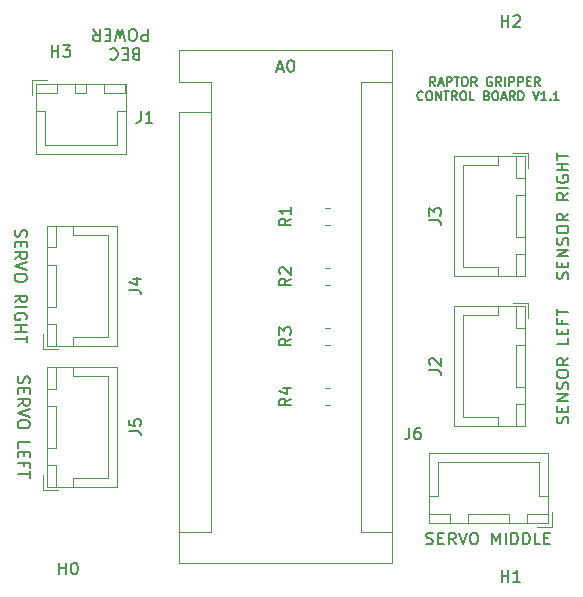
<source format=gbr>
%TF.GenerationSoftware,KiCad,Pcbnew,(6.0.4-0)*%
%TF.CreationDate,2022-05-05T15:57:16+02:00*%
%TF.ProjectId,Raptor_Gripper_Board,52617074-6f72-45f4-9772-69707065725f,rev?*%
%TF.SameCoordinates,Original*%
%TF.FileFunction,Legend,Top*%
%TF.FilePolarity,Positive*%
%FSLAX46Y46*%
G04 Gerber Fmt 4.6, Leading zero omitted, Abs format (unit mm)*
G04 Created by KiCad (PCBNEW (6.0.4-0)) date 2022-05-05 15:57:16*
%MOMM*%
%LPD*%
G01*
G04 APERTURE LIST*
%ADD10C,0.150000*%
%ADD11C,0.120000*%
G04 APERTURE END LIST*
D10*
X113506904Y-88669761D02*
X113649761Y-88717380D01*
X113887857Y-88717380D01*
X113983095Y-88669761D01*
X114030714Y-88622142D01*
X114078333Y-88526904D01*
X114078333Y-88431666D01*
X114030714Y-88336428D01*
X113983095Y-88288809D01*
X113887857Y-88241190D01*
X113697380Y-88193571D01*
X113602142Y-88145952D01*
X113554523Y-88098333D01*
X113506904Y-88003095D01*
X113506904Y-87907857D01*
X113554523Y-87812619D01*
X113602142Y-87765000D01*
X113697380Y-87717380D01*
X113935476Y-87717380D01*
X114078333Y-87765000D01*
X114506904Y-88193571D02*
X114840238Y-88193571D01*
X114983095Y-88717380D02*
X114506904Y-88717380D01*
X114506904Y-87717380D01*
X114983095Y-87717380D01*
X115983095Y-88717380D02*
X115649761Y-88241190D01*
X115411666Y-88717380D02*
X115411666Y-87717380D01*
X115792619Y-87717380D01*
X115887857Y-87765000D01*
X115935476Y-87812619D01*
X115983095Y-87907857D01*
X115983095Y-88050714D01*
X115935476Y-88145952D01*
X115887857Y-88193571D01*
X115792619Y-88241190D01*
X115411666Y-88241190D01*
X116268809Y-87717380D02*
X116602142Y-88717380D01*
X116935476Y-87717380D01*
X117459285Y-87717380D02*
X117649761Y-87717380D01*
X117745000Y-87765000D01*
X117840238Y-87860238D01*
X117887857Y-88050714D01*
X117887857Y-88384047D01*
X117840238Y-88574523D01*
X117745000Y-88669761D01*
X117649761Y-88717380D01*
X117459285Y-88717380D01*
X117364047Y-88669761D01*
X117268809Y-88574523D01*
X117221190Y-88384047D01*
X117221190Y-88050714D01*
X117268809Y-87860238D01*
X117364047Y-87765000D01*
X117459285Y-87717380D01*
X119078333Y-88717380D02*
X119078333Y-87717380D01*
X119411666Y-88431666D01*
X119745000Y-87717380D01*
X119745000Y-88717380D01*
X120221190Y-88717380D02*
X120221190Y-87717380D01*
X120697380Y-88717380D02*
X120697380Y-87717380D01*
X120935476Y-87717380D01*
X121078333Y-87765000D01*
X121173571Y-87860238D01*
X121221190Y-87955476D01*
X121268809Y-88145952D01*
X121268809Y-88288809D01*
X121221190Y-88479285D01*
X121173571Y-88574523D01*
X121078333Y-88669761D01*
X120935476Y-88717380D01*
X120697380Y-88717380D01*
X121697380Y-88717380D02*
X121697380Y-87717380D01*
X121935476Y-87717380D01*
X122078333Y-87765000D01*
X122173571Y-87860238D01*
X122221190Y-87955476D01*
X122268809Y-88145952D01*
X122268809Y-88288809D01*
X122221190Y-88479285D01*
X122173571Y-88574523D01*
X122078333Y-88669761D01*
X121935476Y-88717380D01*
X121697380Y-88717380D01*
X123173571Y-88717380D02*
X122697380Y-88717380D01*
X122697380Y-87717380D01*
X123506904Y-88193571D02*
X123840238Y-88193571D01*
X123983095Y-88717380D02*
X123506904Y-88717380D01*
X123506904Y-87717380D01*
X123983095Y-87717380D01*
X125499761Y-78469523D02*
X125547380Y-78326666D01*
X125547380Y-78088571D01*
X125499761Y-77993333D01*
X125452142Y-77945714D01*
X125356904Y-77898095D01*
X125261666Y-77898095D01*
X125166428Y-77945714D01*
X125118809Y-77993333D01*
X125071190Y-78088571D01*
X125023571Y-78279047D01*
X124975952Y-78374285D01*
X124928333Y-78421904D01*
X124833095Y-78469523D01*
X124737857Y-78469523D01*
X124642619Y-78421904D01*
X124595000Y-78374285D01*
X124547380Y-78279047D01*
X124547380Y-78040952D01*
X124595000Y-77898095D01*
X125023571Y-77469523D02*
X125023571Y-77136190D01*
X125547380Y-76993333D02*
X125547380Y-77469523D01*
X124547380Y-77469523D01*
X124547380Y-76993333D01*
X125547380Y-76564761D02*
X124547380Y-76564761D01*
X125547380Y-75993333D01*
X124547380Y-75993333D01*
X125499761Y-75564761D02*
X125547380Y-75421904D01*
X125547380Y-75183809D01*
X125499761Y-75088571D01*
X125452142Y-75040952D01*
X125356904Y-74993333D01*
X125261666Y-74993333D01*
X125166428Y-75040952D01*
X125118809Y-75088571D01*
X125071190Y-75183809D01*
X125023571Y-75374285D01*
X124975952Y-75469523D01*
X124928333Y-75517142D01*
X124833095Y-75564761D01*
X124737857Y-75564761D01*
X124642619Y-75517142D01*
X124595000Y-75469523D01*
X124547380Y-75374285D01*
X124547380Y-75136190D01*
X124595000Y-74993333D01*
X124547380Y-74374285D02*
X124547380Y-74183809D01*
X124595000Y-74088571D01*
X124690238Y-73993333D01*
X124880714Y-73945714D01*
X125214047Y-73945714D01*
X125404523Y-73993333D01*
X125499761Y-74088571D01*
X125547380Y-74183809D01*
X125547380Y-74374285D01*
X125499761Y-74469523D01*
X125404523Y-74564761D01*
X125214047Y-74612380D01*
X124880714Y-74612380D01*
X124690238Y-74564761D01*
X124595000Y-74469523D01*
X124547380Y-74374285D01*
X125547380Y-72945714D02*
X125071190Y-73279047D01*
X125547380Y-73517142D02*
X124547380Y-73517142D01*
X124547380Y-73136190D01*
X124595000Y-73040952D01*
X124642619Y-72993333D01*
X124737857Y-72945714D01*
X124880714Y-72945714D01*
X124975952Y-72993333D01*
X125023571Y-73040952D01*
X125071190Y-73136190D01*
X125071190Y-73517142D01*
X125547380Y-71279047D02*
X125547380Y-71755238D01*
X124547380Y-71755238D01*
X125023571Y-70945714D02*
X125023571Y-70612380D01*
X125547380Y-70469523D02*
X125547380Y-70945714D01*
X124547380Y-70945714D01*
X124547380Y-70469523D01*
X125023571Y-69707619D02*
X125023571Y-70040952D01*
X125547380Y-70040952D02*
X124547380Y-70040952D01*
X124547380Y-69564761D01*
X124547380Y-69326666D02*
X124547380Y-68755238D01*
X125547380Y-69040952D02*
X124547380Y-69040952D01*
X78970238Y-74501904D02*
X78922619Y-74644761D01*
X78922619Y-74882857D01*
X78970238Y-74978095D01*
X79017857Y-75025714D01*
X79113095Y-75073333D01*
X79208333Y-75073333D01*
X79303571Y-75025714D01*
X79351190Y-74978095D01*
X79398809Y-74882857D01*
X79446428Y-74692380D01*
X79494047Y-74597142D01*
X79541666Y-74549523D01*
X79636904Y-74501904D01*
X79732142Y-74501904D01*
X79827380Y-74549523D01*
X79875000Y-74597142D01*
X79922619Y-74692380D01*
X79922619Y-74930476D01*
X79875000Y-75073333D01*
X79446428Y-75501904D02*
X79446428Y-75835238D01*
X78922619Y-75978095D02*
X78922619Y-75501904D01*
X79922619Y-75501904D01*
X79922619Y-75978095D01*
X78922619Y-76978095D02*
X79398809Y-76644761D01*
X78922619Y-76406666D02*
X79922619Y-76406666D01*
X79922619Y-76787619D01*
X79875000Y-76882857D01*
X79827380Y-76930476D01*
X79732142Y-76978095D01*
X79589285Y-76978095D01*
X79494047Y-76930476D01*
X79446428Y-76882857D01*
X79398809Y-76787619D01*
X79398809Y-76406666D01*
X79922619Y-77263809D02*
X78922619Y-77597142D01*
X79922619Y-77930476D01*
X79922619Y-78454285D02*
X79922619Y-78644761D01*
X79875000Y-78740000D01*
X79779761Y-78835238D01*
X79589285Y-78882857D01*
X79255952Y-78882857D01*
X79065476Y-78835238D01*
X78970238Y-78740000D01*
X78922619Y-78644761D01*
X78922619Y-78454285D01*
X78970238Y-78359047D01*
X79065476Y-78263809D01*
X79255952Y-78216190D01*
X79589285Y-78216190D01*
X79779761Y-78263809D01*
X79875000Y-78359047D01*
X79922619Y-78454285D01*
X78922619Y-80549523D02*
X78922619Y-80073333D01*
X79922619Y-80073333D01*
X79446428Y-80882857D02*
X79446428Y-81216190D01*
X78922619Y-81359047D02*
X78922619Y-80882857D01*
X79922619Y-80882857D01*
X79922619Y-81359047D01*
X79446428Y-82120952D02*
X79446428Y-81787619D01*
X78922619Y-81787619D02*
X79922619Y-81787619D01*
X79922619Y-82263809D01*
X79922619Y-82501904D02*
X79922619Y-83073333D01*
X78922619Y-82787619D02*
X79922619Y-82787619D01*
X114262857Y-49900535D02*
X114012857Y-49543392D01*
X113834285Y-49900535D02*
X113834285Y-49150535D01*
X114120000Y-49150535D01*
X114191428Y-49186250D01*
X114227142Y-49221964D01*
X114262857Y-49293392D01*
X114262857Y-49400535D01*
X114227142Y-49471964D01*
X114191428Y-49507678D01*
X114120000Y-49543392D01*
X113834285Y-49543392D01*
X114548571Y-49686250D02*
X114905714Y-49686250D01*
X114477142Y-49900535D02*
X114727142Y-49150535D01*
X114977142Y-49900535D01*
X115227142Y-49900535D02*
X115227142Y-49150535D01*
X115512857Y-49150535D01*
X115584285Y-49186250D01*
X115620000Y-49221964D01*
X115655714Y-49293392D01*
X115655714Y-49400535D01*
X115620000Y-49471964D01*
X115584285Y-49507678D01*
X115512857Y-49543392D01*
X115227142Y-49543392D01*
X115870000Y-49150535D02*
X116298571Y-49150535D01*
X116084285Y-49900535D02*
X116084285Y-49150535D01*
X116691428Y-49150535D02*
X116834285Y-49150535D01*
X116905714Y-49186250D01*
X116977142Y-49257678D01*
X117012857Y-49400535D01*
X117012857Y-49650535D01*
X116977142Y-49793392D01*
X116905714Y-49864821D01*
X116834285Y-49900535D01*
X116691428Y-49900535D01*
X116620000Y-49864821D01*
X116548571Y-49793392D01*
X116512857Y-49650535D01*
X116512857Y-49400535D01*
X116548571Y-49257678D01*
X116620000Y-49186250D01*
X116691428Y-49150535D01*
X117762857Y-49900535D02*
X117512857Y-49543392D01*
X117334285Y-49900535D02*
X117334285Y-49150535D01*
X117620000Y-49150535D01*
X117691428Y-49186250D01*
X117727142Y-49221964D01*
X117762857Y-49293392D01*
X117762857Y-49400535D01*
X117727142Y-49471964D01*
X117691428Y-49507678D01*
X117620000Y-49543392D01*
X117334285Y-49543392D01*
X119048571Y-49186250D02*
X118977142Y-49150535D01*
X118870000Y-49150535D01*
X118762857Y-49186250D01*
X118691428Y-49257678D01*
X118655714Y-49329107D01*
X118620000Y-49471964D01*
X118620000Y-49579107D01*
X118655714Y-49721964D01*
X118691428Y-49793392D01*
X118762857Y-49864821D01*
X118870000Y-49900535D01*
X118941428Y-49900535D01*
X119048571Y-49864821D01*
X119084285Y-49829107D01*
X119084285Y-49579107D01*
X118941428Y-49579107D01*
X119834285Y-49900535D02*
X119584285Y-49543392D01*
X119405714Y-49900535D02*
X119405714Y-49150535D01*
X119691428Y-49150535D01*
X119762857Y-49186250D01*
X119798571Y-49221964D01*
X119834285Y-49293392D01*
X119834285Y-49400535D01*
X119798571Y-49471964D01*
X119762857Y-49507678D01*
X119691428Y-49543392D01*
X119405714Y-49543392D01*
X120155714Y-49900535D02*
X120155714Y-49150535D01*
X120512857Y-49900535D02*
X120512857Y-49150535D01*
X120798571Y-49150535D01*
X120870000Y-49186250D01*
X120905714Y-49221964D01*
X120941428Y-49293392D01*
X120941428Y-49400535D01*
X120905714Y-49471964D01*
X120870000Y-49507678D01*
X120798571Y-49543392D01*
X120512857Y-49543392D01*
X121262857Y-49900535D02*
X121262857Y-49150535D01*
X121548571Y-49150535D01*
X121620000Y-49186250D01*
X121655714Y-49221964D01*
X121691428Y-49293392D01*
X121691428Y-49400535D01*
X121655714Y-49471964D01*
X121620000Y-49507678D01*
X121548571Y-49543392D01*
X121262857Y-49543392D01*
X122012857Y-49507678D02*
X122262857Y-49507678D01*
X122370000Y-49900535D02*
X122012857Y-49900535D01*
X122012857Y-49150535D01*
X122370000Y-49150535D01*
X123120000Y-49900535D02*
X122870000Y-49543392D01*
X122691428Y-49900535D02*
X122691428Y-49150535D01*
X122977142Y-49150535D01*
X123048571Y-49186250D01*
X123084285Y-49221964D01*
X123120000Y-49293392D01*
X123120000Y-49400535D01*
X123084285Y-49471964D01*
X123048571Y-49507678D01*
X122977142Y-49543392D01*
X122691428Y-49543392D01*
X113209285Y-51036607D02*
X113173571Y-51072321D01*
X113066428Y-51108035D01*
X112995000Y-51108035D01*
X112887857Y-51072321D01*
X112816428Y-51000892D01*
X112780714Y-50929464D01*
X112745000Y-50786607D01*
X112745000Y-50679464D01*
X112780714Y-50536607D01*
X112816428Y-50465178D01*
X112887857Y-50393750D01*
X112995000Y-50358035D01*
X113066428Y-50358035D01*
X113173571Y-50393750D01*
X113209285Y-50429464D01*
X113673571Y-50358035D02*
X113816428Y-50358035D01*
X113887857Y-50393750D01*
X113959285Y-50465178D01*
X113995000Y-50608035D01*
X113995000Y-50858035D01*
X113959285Y-51000892D01*
X113887857Y-51072321D01*
X113816428Y-51108035D01*
X113673571Y-51108035D01*
X113602142Y-51072321D01*
X113530714Y-51000892D01*
X113495000Y-50858035D01*
X113495000Y-50608035D01*
X113530714Y-50465178D01*
X113602142Y-50393750D01*
X113673571Y-50358035D01*
X114316428Y-51108035D02*
X114316428Y-50358035D01*
X114745000Y-51108035D01*
X114745000Y-50358035D01*
X114995000Y-50358035D02*
X115423571Y-50358035D01*
X115209285Y-51108035D02*
X115209285Y-50358035D01*
X116102142Y-51108035D02*
X115852142Y-50750892D01*
X115673571Y-51108035D02*
X115673571Y-50358035D01*
X115959285Y-50358035D01*
X116030714Y-50393750D01*
X116066428Y-50429464D01*
X116102142Y-50500892D01*
X116102142Y-50608035D01*
X116066428Y-50679464D01*
X116030714Y-50715178D01*
X115959285Y-50750892D01*
X115673571Y-50750892D01*
X116566428Y-50358035D02*
X116709285Y-50358035D01*
X116780714Y-50393750D01*
X116852142Y-50465178D01*
X116887857Y-50608035D01*
X116887857Y-50858035D01*
X116852142Y-51000892D01*
X116780714Y-51072321D01*
X116709285Y-51108035D01*
X116566428Y-51108035D01*
X116495000Y-51072321D01*
X116423571Y-51000892D01*
X116387857Y-50858035D01*
X116387857Y-50608035D01*
X116423571Y-50465178D01*
X116495000Y-50393750D01*
X116566428Y-50358035D01*
X117566428Y-51108035D02*
X117209285Y-51108035D01*
X117209285Y-50358035D01*
X118637857Y-50715178D02*
X118745000Y-50750892D01*
X118780714Y-50786607D01*
X118816428Y-50858035D01*
X118816428Y-50965178D01*
X118780714Y-51036607D01*
X118745000Y-51072321D01*
X118673571Y-51108035D01*
X118387857Y-51108035D01*
X118387857Y-50358035D01*
X118637857Y-50358035D01*
X118709285Y-50393750D01*
X118745000Y-50429464D01*
X118780714Y-50500892D01*
X118780714Y-50572321D01*
X118745000Y-50643750D01*
X118709285Y-50679464D01*
X118637857Y-50715178D01*
X118387857Y-50715178D01*
X119280714Y-50358035D02*
X119423571Y-50358035D01*
X119495000Y-50393750D01*
X119566428Y-50465178D01*
X119602142Y-50608035D01*
X119602142Y-50858035D01*
X119566428Y-51000892D01*
X119495000Y-51072321D01*
X119423571Y-51108035D01*
X119280714Y-51108035D01*
X119209285Y-51072321D01*
X119137857Y-51000892D01*
X119102142Y-50858035D01*
X119102142Y-50608035D01*
X119137857Y-50465178D01*
X119209285Y-50393750D01*
X119280714Y-50358035D01*
X119887857Y-50893750D02*
X120245000Y-50893750D01*
X119816428Y-51108035D02*
X120066428Y-50358035D01*
X120316428Y-51108035D01*
X120995000Y-51108035D02*
X120745000Y-50750892D01*
X120566428Y-51108035D02*
X120566428Y-50358035D01*
X120852142Y-50358035D01*
X120923571Y-50393750D01*
X120959285Y-50429464D01*
X120995000Y-50500892D01*
X120995000Y-50608035D01*
X120959285Y-50679464D01*
X120923571Y-50715178D01*
X120852142Y-50750892D01*
X120566428Y-50750892D01*
X121316428Y-51108035D02*
X121316428Y-50358035D01*
X121494999Y-50358035D01*
X121602142Y-50393750D01*
X121673571Y-50465178D01*
X121709285Y-50536607D01*
X121744999Y-50679464D01*
X121744999Y-50786607D01*
X121709285Y-50929464D01*
X121673571Y-51000892D01*
X121602142Y-51072321D01*
X121494999Y-51108035D01*
X121316428Y-51108035D01*
X122530714Y-50358035D02*
X122780714Y-51108035D01*
X123030714Y-50358035D01*
X123673571Y-51108035D02*
X123245000Y-51108035D01*
X123459285Y-51108035D02*
X123459285Y-50358035D01*
X123387857Y-50465178D01*
X123316428Y-50536607D01*
X123245000Y-50572321D01*
X123995000Y-51036607D02*
X124030714Y-51072321D01*
X123995000Y-51108035D01*
X123959285Y-51072321D01*
X123995000Y-51036607D01*
X123995000Y-51108035D01*
X124744999Y-51108035D02*
X124316428Y-51108035D01*
X124530714Y-51108035D02*
X124530714Y-50358035D01*
X124459285Y-50465178D01*
X124387857Y-50536607D01*
X124316428Y-50572321D01*
X88891904Y-47231428D02*
X88749047Y-47183809D01*
X88701428Y-47136190D01*
X88653809Y-47040952D01*
X88653809Y-46898095D01*
X88701428Y-46802857D01*
X88749047Y-46755238D01*
X88844285Y-46707619D01*
X89225238Y-46707619D01*
X89225238Y-47707619D01*
X88891904Y-47707619D01*
X88796666Y-47660000D01*
X88749047Y-47612380D01*
X88701428Y-47517142D01*
X88701428Y-47421904D01*
X88749047Y-47326666D01*
X88796666Y-47279047D01*
X88891904Y-47231428D01*
X89225238Y-47231428D01*
X88225238Y-47231428D02*
X87891904Y-47231428D01*
X87749047Y-46707619D02*
X88225238Y-46707619D01*
X88225238Y-47707619D01*
X87749047Y-47707619D01*
X86749047Y-46802857D02*
X86796666Y-46755238D01*
X86939523Y-46707619D01*
X87034761Y-46707619D01*
X87177619Y-46755238D01*
X87272857Y-46850476D01*
X87320476Y-46945714D01*
X87368095Y-47136190D01*
X87368095Y-47279047D01*
X87320476Y-47469523D01*
X87272857Y-47564761D01*
X87177619Y-47660000D01*
X87034761Y-47707619D01*
X86939523Y-47707619D01*
X86796666Y-47660000D01*
X86749047Y-47612380D01*
X89939523Y-45097619D02*
X89939523Y-46097619D01*
X89558571Y-46097619D01*
X89463333Y-46050000D01*
X89415714Y-46002380D01*
X89368095Y-45907142D01*
X89368095Y-45764285D01*
X89415714Y-45669047D01*
X89463333Y-45621428D01*
X89558571Y-45573809D01*
X89939523Y-45573809D01*
X88749047Y-46097619D02*
X88558571Y-46097619D01*
X88463333Y-46050000D01*
X88368095Y-45954761D01*
X88320476Y-45764285D01*
X88320476Y-45430952D01*
X88368095Y-45240476D01*
X88463333Y-45145238D01*
X88558571Y-45097619D01*
X88749047Y-45097619D01*
X88844285Y-45145238D01*
X88939523Y-45240476D01*
X88987142Y-45430952D01*
X88987142Y-45764285D01*
X88939523Y-45954761D01*
X88844285Y-46050000D01*
X88749047Y-46097619D01*
X87987142Y-46097619D02*
X87749047Y-45097619D01*
X87558571Y-45811904D01*
X87368095Y-45097619D01*
X87130000Y-46097619D01*
X86749047Y-45621428D02*
X86415714Y-45621428D01*
X86272857Y-45097619D02*
X86749047Y-45097619D01*
X86749047Y-46097619D01*
X86272857Y-46097619D01*
X85272857Y-45097619D02*
X85606190Y-45573809D01*
X85844285Y-45097619D02*
X85844285Y-46097619D01*
X85463333Y-46097619D01*
X85368095Y-46050000D01*
X85320476Y-46002380D01*
X85272857Y-45907142D01*
X85272857Y-45764285D01*
X85320476Y-45669047D01*
X85368095Y-45621428D01*
X85463333Y-45573809D01*
X85844285Y-45573809D01*
X125499761Y-66245714D02*
X125547380Y-66102857D01*
X125547380Y-65864761D01*
X125499761Y-65769523D01*
X125452142Y-65721904D01*
X125356904Y-65674285D01*
X125261666Y-65674285D01*
X125166428Y-65721904D01*
X125118809Y-65769523D01*
X125071190Y-65864761D01*
X125023571Y-66055238D01*
X124975952Y-66150476D01*
X124928333Y-66198095D01*
X124833095Y-66245714D01*
X124737857Y-66245714D01*
X124642619Y-66198095D01*
X124595000Y-66150476D01*
X124547380Y-66055238D01*
X124547380Y-65817142D01*
X124595000Y-65674285D01*
X125023571Y-65245714D02*
X125023571Y-64912380D01*
X125547380Y-64769523D02*
X125547380Y-65245714D01*
X124547380Y-65245714D01*
X124547380Y-64769523D01*
X125547380Y-64340952D02*
X124547380Y-64340952D01*
X125547380Y-63769523D01*
X124547380Y-63769523D01*
X125499761Y-63340952D02*
X125547380Y-63198095D01*
X125547380Y-62960000D01*
X125499761Y-62864761D01*
X125452142Y-62817142D01*
X125356904Y-62769523D01*
X125261666Y-62769523D01*
X125166428Y-62817142D01*
X125118809Y-62864761D01*
X125071190Y-62960000D01*
X125023571Y-63150476D01*
X124975952Y-63245714D01*
X124928333Y-63293333D01*
X124833095Y-63340952D01*
X124737857Y-63340952D01*
X124642619Y-63293333D01*
X124595000Y-63245714D01*
X124547380Y-63150476D01*
X124547380Y-62912380D01*
X124595000Y-62769523D01*
X124547380Y-62150476D02*
X124547380Y-61960000D01*
X124595000Y-61864761D01*
X124690238Y-61769523D01*
X124880714Y-61721904D01*
X125214047Y-61721904D01*
X125404523Y-61769523D01*
X125499761Y-61864761D01*
X125547380Y-61960000D01*
X125547380Y-62150476D01*
X125499761Y-62245714D01*
X125404523Y-62340952D01*
X125214047Y-62388571D01*
X124880714Y-62388571D01*
X124690238Y-62340952D01*
X124595000Y-62245714D01*
X124547380Y-62150476D01*
X125547380Y-60721904D02*
X125071190Y-61055238D01*
X125547380Y-61293333D02*
X124547380Y-61293333D01*
X124547380Y-60912380D01*
X124595000Y-60817142D01*
X124642619Y-60769523D01*
X124737857Y-60721904D01*
X124880714Y-60721904D01*
X124975952Y-60769523D01*
X125023571Y-60817142D01*
X125071190Y-60912380D01*
X125071190Y-61293333D01*
X125547380Y-58960000D02*
X125071190Y-59293333D01*
X125547380Y-59531428D02*
X124547380Y-59531428D01*
X124547380Y-59150476D01*
X124595000Y-59055238D01*
X124642619Y-59007619D01*
X124737857Y-58960000D01*
X124880714Y-58960000D01*
X124975952Y-59007619D01*
X125023571Y-59055238D01*
X125071190Y-59150476D01*
X125071190Y-59531428D01*
X125547380Y-58531428D02*
X124547380Y-58531428D01*
X124595000Y-57531428D02*
X124547380Y-57626666D01*
X124547380Y-57769523D01*
X124595000Y-57912380D01*
X124690238Y-58007619D01*
X124785476Y-58055238D01*
X124975952Y-58102857D01*
X125118809Y-58102857D01*
X125309285Y-58055238D01*
X125404523Y-58007619D01*
X125499761Y-57912380D01*
X125547380Y-57769523D01*
X125547380Y-57674285D01*
X125499761Y-57531428D01*
X125452142Y-57483809D01*
X125118809Y-57483809D01*
X125118809Y-57674285D01*
X125547380Y-57055238D02*
X124547380Y-57055238D01*
X125023571Y-57055238D02*
X125023571Y-56483809D01*
X125547380Y-56483809D02*
X124547380Y-56483809D01*
X124547380Y-56150476D02*
X124547380Y-55579047D01*
X125547380Y-55864761D02*
X124547380Y-55864761D01*
X78716238Y-62087714D02*
X78668619Y-62230571D01*
X78668619Y-62468666D01*
X78716238Y-62563904D01*
X78763857Y-62611523D01*
X78859095Y-62659142D01*
X78954333Y-62659142D01*
X79049571Y-62611523D01*
X79097190Y-62563904D01*
X79144809Y-62468666D01*
X79192428Y-62278190D01*
X79240047Y-62182952D01*
X79287666Y-62135333D01*
X79382904Y-62087714D01*
X79478142Y-62087714D01*
X79573380Y-62135333D01*
X79621000Y-62182952D01*
X79668619Y-62278190D01*
X79668619Y-62516285D01*
X79621000Y-62659142D01*
X79192428Y-63087714D02*
X79192428Y-63421047D01*
X78668619Y-63563904D02*
X78668619Y-63087714D01*
X79668619Y-63087714D01*
X79668619Y-63563904D01*
X78668619Y-64563904D02*
X79144809Y-64230571D01*
X78668619Y-63992476D02*
X79668619Y-63992476D01*
X79668619Y-64373428D01*
X79621000Y-64468666D01*
X79573380Y-64516285D01*
X79478142Y-64563904D01*
X79335285Y-64563904D01*
X79240047Y-64516285D01*
X79192428Y-64468666D01*
X79144809Y-64373428D01*
X79144809Y-63992476D01*
X79668619Y-64849619D02*
X78668619Y-65182952D01*
X79668619Y-65516285D01*
X79668619Y-66040095D02*
X79668619Y-66230571D01*
X79621000Y-66325809D01*
X79525761Y-66421047D01*
X79335285Y-66468666D01*
X79001952Y-66468666D01*
X78811476Y-66421047D01*
X78716238Y-66325809D01*
X78668619Y-66230571D01*
X78668619Y-66040095D01*
X78716238Y-65944857D01*
X78811476Y-65849619D01*
X79001952Y-65802000D01*
X79335285Y-65802000D01*
X79525761Y-65849619D01*
X79621000Y-65944857D01*
X79668619Y-66040095D01*
X78668619Y-68230571D02*
X79144809Y-67897238D01*
X78668619Y-67659142D02*
X79668619Y-67659142D01*
X79668619Y-68040095D01*
X79621000Y-68135333D01*
X79573380Y-68182952D01*
X79478142Y-68230571D01*
X79335285Y-68230571D01*
X79240047Y-68182952D01*
X79192428Y-68135333D01*
X79144809Y-68040095D01*
X79144809Y-67659142D01*
X78668619Y-68659142D02*
X79668619Y-68659142D01*
X79621000Y-69659142D02*
X79668619Y-69563904D01*
X79668619Y-69421047D01*
X79621000Y-69278190D01*
X79525761Y-69182952D01*
X79430523Y-69135333D01*
X79240047Y-69087714D01*
X79097190Y-69087714D01*
X78906714Y-69135333D01*
X78811476Y-69182952D01*
X78716238Y-69278190D01*
X78668619Y-69421047D01*
X78668619Y-69516285D01*
X78716238Y-69659142D01*
X78763857Y-69706761D01*
X79097190Y-69706761D01*
X79097190Y-69516285D01*
X78668619Y-70135333D02*
X79668619Y-70135333D01*
X79192428Y-70135333D02*
X79192428Y-70706761D01*
X78668619Y-70706761D02*
X79668619Y-70706761D01*
X79668619Y-71040095D02*
X79668619Y-71611523D01*
X78668619Y-71325809D02*
X79668619Y-71325809D01*
%TO.C,J6*%
X112061666Y-78827380D02*
X112061666Y-79541666D01*
X112014047Y-79684523D01*
X111918809Y-79779761D01*
X111775952Y-79827380D01*
X111680714Y-79827380D01*
X112966428Y-78827380D02*
X112775952Y-78827380D01*
X112680714Y-78875000D01*
X112633095Y-78922619D01*
X112537857Y-79065476D01*
X112490238Y-79255952D01*
X112490238Y-79636904D01*
X112537857Y-79732142D01*
X112585476Y-79779761D01*
X112680714Y-79827380D01*
X112871190Y-79827380D01*
X112966428Y-79779761D01*
X113014047Y-79732142D01*
X113061666Y-79636904D01*
X113061666Y-79398809D01*
X113014047Y-79303571D01*
X112966428Y-79255952D01*
X112871190Y-79208333D01*
X112680714Y-79208333D01*
X112585476Y-79255952D01*
X112537857Y-79303571D01*
X112490238Y-79398809D01*
%TO.C,H3*%
X81788095Y-47442380D02*
X81788095Y-46442380D01*
X81788095Y-46918571D02*
X82359523Y-46918571D01*
X82359523Y-47442380D02*
X82359523Y-46442380D01*
X82740476Y-46442380D02*
X83359523Y-46442380D01*
X83026190Y-46823333D01*
X83169047Y-46823333D01*
X83264285Y-46870952D01*
X83311904Y-46918571D01*
X83359523Y-47013809D01*
X83359523Y-47251904D01*
X83311904Y-47347142D01*
X83264285Y-47394761D01*
X83169047Y-47442380D01*
X82883333Y-47442380D01*
X82788095Y-47394761D01*
X82740476Y-47347142D01*
%TO.C,R4*%
X102052380Y-76366666D02*
X101576190Y-76700000D01*
X102052380Y-76938095D02*
X101052380Y-76938095D01*
X101052380Y-76557142D01*
X101100000Y-76461904D01*
X101147619Y-76414285D01*
X101242857Y-76366666D01*
X101385714Y-76366666D01*
X101480952Y-76414285D01*
X101528571Y-76461904D01*
X101576190Y-76557142D01*
X101576190Y-76938095D01*
X101385714Y-75509523D02*
X102052380Y-75509523D01*
X101004761Y-75747619D02*
X101719047Y-75985714D01*
X101719047Y-75366666D01*
%TO.C,H2*%
X119888095Y-44902380D02*
X119888095Y-43902380D01*
X119888095Y-44378571D02*
X120459523Y-44378571D01*
X120459523Y-44902380D02*
X120459523Y-43902380D01*
X120888095Y-43997619D02*
X120935714Y-43950000D01*
X121030952Y-43902380D01*
X121269047Y-43902380D01*
X121364285Y-43950000D01*
X121411904Y-43997619D01*
X121459523Y-44092857D01*
X121459523Y-44188095D01*
X121411904Y-44330952D01*
X120840476Y-44902380D01*
X121459523Y-44902380D01*
%TO.C,H1*%
X119888095Y-91892380D02*
X119888095Y-90892380D01*
X119888095Y-91368571D02*
X120459523Y-91368571D01*
X120459523Y-91892380D02*
X120459523Y-90892380D01*
X121459523Y-91892380D02*
X120888095Y-91892380D01*
X121173809Y-91892380D02*
X121173809Y-90892380D01*
X121078571Y-91035238D01*
X120983333Y-91130476D01*
X120888095Y-91178095D01*
%TO.C,J1*%
X89328666Y-52030380D02*
X89328666Y-52744666D01*
X89281047Y-52887523D01*
X89185809Y-52982761D01*
X89042952Y-53030380D01*
X88947714Y-53030380D01*
X90328666Y-53030380D02*
X89757238Y-53030380D01*
X90042952Y-53030380D02*
X90042952Y-52030380D01*
X89947714Y-52173238D01*
X89852476Y-52268476D01*
X89757238Y-52316095D01*
%TO.C,R2*%
X102052380Y-66206666D02*
X101576190Y-66540000D01*
X102052380Y-66778095D02*
X101052380Y-66778095D01*
X101052380Y-66397142D01*
X101100000Y-66301904D01*
X101147619Y-66254285D01*
X101242857Y-66206666D01*
X101385714Y-66206666D01*
X101480952Y-66254285D01*
X101528571Y-66301904D01*
X101576190Y-66397142D01*
X101576190Y-66778095D01*
X101147619Y-65825714D02*
X101100000Y-65778095D01*
X101052380Y-65682857D01*
X101052380Y-65444761D01*
X101100000Y-65349523D01*
X101147619Y-65301904D01*
X101242857Y-65254285D01*
X101338095Y-65254285D01*
X101480952Y-65301904D01*
X102052380Y-65873333D01*
X102052380Y-65254285D01*
%TO.C,J5*%
X88352380Y-79113333D02*
X89066666Y-79113333D01*
X89209523Y-79160952D01*
X89304761Y-79256190D01*
X89352380Y-79399047D01*
X89352380Y-79494285D01*
X88352380Y-78160952D02*
X88352380Y-78637142D01*
X88828571Y-78684761D01*
X88780952Y-78637142D01*
X88733333Y-78541904D01*
X88733333Y-78303809D01*
X88780952Y-78208571D01*
X88828571Y-78160952D01*
X88923809Y-78113333D01*
X89161904Y-78113333D01*
X89257142Y-78160952D01*
X89304761Y-78208571D01*
X89352380Y-78303809D01*
X89352380Y-78541904D01*
X89304761Y-78637142D01*
X89257142Y-78684761D01*
%TO.C,J3*%
X113752380Y-61253333D02*
X114466666Y-61253333D01*
X114609523Y-61300952D01*
X114704761Y-61396190D01*
X114752380Y-61539047D01*
X114752380Y-61634285D01*
X113752380Y-60872380D02*
X113752380Y-60253333D01*
X114133333Y-60586666D01*
X114133333Y-60443809D01*
X114180952Y-60348571D01*
X114228571Y-60300952D01*
X114323809Y-60253333D01*
X114561904Y-60253333D01*
X114657142Y-60300952D01*
X114704761Y-60348571D01*
X114752380Y-60443809D01*
X114752380Y-60729523D01*
X114704761Y-60824761D01*
X114657142Y-60872380D01*
%TO.C,A0*%
X100895714Y-48426666D02*
X101371904Y-48426666D01*
X100800476Y-48712380D02*
X101133809Y-47712380D01*
X101467142Y-48712380D01*
X101990952Y-47712380D02*
X102086190Y-47712380D01*
X102181428Y-47760000D01*
X102229047Y-47807619D01*
X102276666Y-47902857D01*
X102324285Y-48093333D01*
X102324285Y-48331428D01*
X102276666Y-48521904D01*
X102229047Y-48617142D01*
X102181428Y-48664761D01*
X102086190Y-48712380D01*
X101990952Y-48712380D01*
X101895714Y-48664761D01*
X101848095Y-48617142D01*
X101800476Y-48521904D01*
X101752857Y-48331428D01*
X101752857Y-48093333D01*
X101800476Y-47902857D01*
X101848095Y-47807619D01*
X101895714Y-47760000D01*
X101990952Y-47712380D01*
%TO.C,H0*%
X82423095Y-91257380D02*
X82423095Y-90257380D01*
X82423095Y-90733571D02*
X82994523Y-90733571D01*
X82994523Y-91257380D02*
X82994523Y-90257380D01*
X83661190Y-90257380D02*
X83756428Y-90257380D01*
X83851666Y-90305000D01*
X83899285Y-90352619D01*
X83946904Y-90447857D01*
X83994523Y-90638333D01*
X83994523Y-90876428D01*
X83946904Y-91066904D01*
X83899285Y-91162142D01*
X83851666Y-91209761D01*
X83756428Y-91257380D01*
X83661190Y-91257380D01*
X83565952Y-91209761D01*
X83518333Y-91162142D01*
X83470714Y-91066904D01*
X83423095Y-90876428D01*
X83423095Y-90638333D01*
X83470714Y-90447857D01*
X83518333Y-90352619D01*
X83565952Y-90305000D01*
X83661190Y-90257380D01*
%TO.C,R1*%
X102052380Y-61126666D02*
X101576190Y-61460000D01*
X102052380Y-61698095D02*
X101052380Y-61698095D01*
X101052380Y-61317142D01*
X101100000Y-61221904D01*
X101147619Y-61174285D01*
X101242857Y-61126666D01*
X101385714Y-61126666D01*
X101480952Y-61174285D01*
X101528571Y-61221904D01*
X101576190Y-61317142D01*
X101576190Y-61698095D01*
X102052380Y-60174285D02*
X102052380Y-60745714D01*
X102052380Y-60460000D02*
X101052380Y-60460000D01*
X101195238Y-60555238D01*
X101290476Y-60650476D01*
X101338095Y-60745714D01*
%TO.C,J2*%
X113752380Y-73953333D02*
X114466666Y-73953333D01*
X114609523Y-74000952D01*
X114704761Y-74096190D01*
X114752380Y-74239047D01*
X114752380Y-74334285D01*
X113847619Y-73524761D02*
X113800000Y-73477142D01*
X113752380Y-73381904D01*
X113752380Y-73143809D01*
X113800000Y-73048571D01*
X113847619Y-73000952D01*
X113942857Y-72953333D01*
X114038095Y-72953333D01*
X114180952Y-73000952D01*
X114752380Y-73572380D01*
X114752380Y-72953333D01*
%TO.C,J4*%
X88352380Y-67163333D02*
X89066666Y-67163333D01*
X89209523Y-67210952D01*
X89304761Y-67306190D01*
X89352380Y-67449047D01*
X89352380Y-67544285D01*
X88685714Y-66258571D02*
X89352380Y-66258571D01*
X88304761Y-66496666D02*
X89019047Y-66734761D01*
X89019047Y-66115714D01*
%TO.C,R3*%
X102052380Y-71286666D02*
X101576190Y-71620000D01*
X102052380Y-71858095D02*
X101052380Y-71858095D01*
X101052380Y-71477142D01*
X101100000Y-71381904D01*
X101147619Y-71334285D01*
X101242857Y-71286666D01*
X101385714Y-71286666D01*
X101480952Y-71334285D01*
X101528571Y-71381904D01*
X101576190Y-71477142D01*
X101576190Y-71858095D01*
X101052380Y-70953333D02*
X101052380Y-70334285D01*
X101433333Y-70667619D01*
X101433333Y-70524761D01*
X101480952Y-70429523D01*
X101528571Y-70381904D01*
X101623809Y-70334285D01*
X101861904Y-70334285D01*
X101957142Y-70381904D01*
X102004761Y-70429523D01*
X102052380Y-70524761D01*
X102052380Y-70810476D01*
X102004761Y-70905714D01*
X101957142Y-70953333D01*
D11*
%TO.C,J6*%
X124135000Y-87205000D02*
X124135000Y-85955000D01*
X123845000Y-80945000D02*
X113725000Y-80945000D01*
X120535000Y-86155000D02*
X117035000Y-86155000D01*
X123835000Y-86155000D02*
X122035000Y-86155000D01*
X113725000Y-80945000D02*
X113725000Y-86915000D01*
X120535000Y-86905000D02*
X120535000Y-86155000D01*
X122035000Y-86155000D02*
X122035000Y-86905000D01*
X115535000Y-86155000D02*
X113735000Y-86155000D01*
X123085000Y-84655000D02*
X123085000Y-81705000D01*
X123835000Y-84655000D02*
X123085000Y-84655000D01*
X123845000Y-86915000D02*
X123845000Y-80945000D01*
X117035000Y-86155000D02*
X117035000Y-86905000D01*
X123085000Y-81705000D02*
X118785000Y-81705000D01*
X123835000Y-86905000D02*
X123835000Y-86155000D01*
X113725000Y-86915000D02*
X123845000Y-86915000D01*
X122885000Y-87205000D02*
X124135000Y-87205000D01*
X113735000Y-86155000D02*
X113735000Y-86905000D01*
X117035000Y-86905000D02*
X120535000Y-86905000D01*
X114485000Y-84655000D02*
X114485000Y-81705000D01*
X113735000Y-84655000D02*
X114485000Y-84655000D01*
X115535000Y-86905000D02*
X115535000Y-86155000D01*
X122035000Y-86905000D02*
X123835000Y-86905000D01*
X113735000Y-86905000D02*
X115535000Y-86905000D01*
X114485000Y-81705000D02*
X118785000Y-81705000D01*
%TO.C,R4*%
X105367064Y-76935000D02*
X104912936Y-76935000D01*
X105367064Y-75465000D02*
X104912936Y-75465000D01*
%TO.C,J1*%
X80140000Y-49440000D02*
X80140000Y-50690000D01*
X86240000Y-50490000D02*
X88040000Y-50490000D01*
X88040000Y-51990000D02*
X87290000Y-51990000D01*
X83740000Y-49740000D02*
X83740000Y-50490000D01*
X88050000Y-55700000D02*
X88050000Y-49730000D01*
X82240000Y-49740000D02*
X80440000Y-49740000D01*
X82240000Y-50490000D02*
X82240000Y-49740000D01*
X80440000Y-49740000D02*
X80440000Y-50490000D01*
X88050000Y-49730000D02*
X80430000Y-49730000D01*
X80430000Y-55700000D02*
X88050000Y-55700000D01*
X87290000Y-51990000D02*
X87290000Y-54940000D01*
X81190000Y-54940000D02*
X84240000Y-54940000D01*
X84740000Y-49740000D02*
X83740000Y-49740000D01*
X83740000Y-50490000D02*
X84740000Y-50490000D01*
X80430000Y-49730000D02*
X80430000Y-55700000D01*
X87290000Y-54940000D02*
X84240000Y-54940000D01*
X80440000Y-50490000D02*
X82240000Y-50490000D01*
X86240000Y-49740000D02*
X86240000Y-50490000D01*
X81390000Y-49440000D02*
X80140000Y-49440000D01*
X84740000Y-50490000D02*
X84740000Y-49740000D01*
X81190000Y-51990000D02*
X81190000Y-54940000D01*
X88040000Y-50490000D02*
X88040000Y-49740000D01*
X80440000Y-51990000D02*
X81190000Y-51990000D01*
X88040000Y-49740000D02*
X86240000Y-49740000D01*
%TO.C,R2*%
X105367064Y-65305000D02*
X104912936Y-65305000D01*
X105367064Y-66775000D02*
X104912936Y-66775000D01*
%TO.C,J5*%
X81370000Y-77030000D02*
X81370000Y-80530000D01*
X83620000Y-74480000D02*
X86570000Y-74480000D01*
X82120000Y-73730000D02*
X81370000Y-73730000D01*
X81370000Y-73730000D02*
X81370000Y-75530000D01*
X87330000Y-73720000D02*
X81360000Y-73720000D01*
X81370000Y-75530000D02*
X82120000Y-75530000D01*
X81070000Y-84130000D02*
X82320000Y-84130000D01*
X81360000Y-73720000D02*
X81360000Y-83840000D01*
X82120000Y-77030000D02*
X81370000Y-77030000D01*
X81070000Y-82880000D02*
X81070000Y-84130000D01*
X82120000Y-75530000D02*
X82120000Y-73730000D01*
X81370000Y-82030000D02*
X81370000Y-83830000D01*
X83620000Y-83830000D02*
X83620000Y-83080000D01*
X81370000Y-83830000D02*
X82120000Y-83830000D01*
X82120000Y-83830000D02*
X82120000Y-82030000D01*
X82120000Y-80530000D02*
X82120000Y-77030000D01*
X87330000Y-83840000D02*
X87330000Y-73720000D01*
X81360000Y-83840000D02*
X87330000Y-83840000D01*
X83620000Y-73730000D02*
X83620000Y-74480000D01*
X81370000Y-80530000D02*
X82120000Y-80530000D01*
X83620000Y-83080000D02*
X86570000Y-83080000D01*
X86570000Y-83080000D02*
X86570000Y-78780000D01*
X82120000Y-82030000D02*
X81370000Y-82030000D01*
X86570000Y-74480000D02*
X86570000Y-78780000D01*
%TO.C,J3*%
X121080000Y-64170000D02*
X121080000Y-65970000D01*
X121830000Y-59170000D02*
X121080000Y-59170000D01*
X115870000Y-65980000D02*
X121840000Y-65980000D01*
X119580000Y-65970000D02*
X119580000Y-65220000D01*
X121830000Y-65970000D02*
X121830000Y-64170000D01*
X116630000Y-65220000D02*
X116630000Y-60920000D01*
X122130000Y-56820000D02*
X122130000Y-55570000D01*
X121830000Y-62670000D02*
X121830000Y-59170000D01*
X122130000Y-55570000D02*
X120880000Y-55570000D01*
X121080000Y-62670000D02*
X121830000Y-62670000D01*
X115870000Y-55860000D02*
X115870000Y-65980000D01*
X121080000Y-59170000D02*
X121080000Y-62670000D01*
X121830000Y-64170000D02*
X121080000Y-64170000D01*
X116630000Y-56620000D02*
X116630000Y-60920000D01*
X121840000Y-55860000D02*
X115870000Y-55860000D01*
X119580000Y-65220000D02*
X116630000Y-65220000D01*
X121080000Y-65970000D02*
X121830000Y-65970000D01*
X121840000Y-65980000D02*
X121840000Y-55860000D01*
X121830000Y-55870000D02*
X121080000Y-55870000D01*
X119580000Y-56620000D02*
X116630000Y-56620000D01*
X121080000Y-57670000D02*
X121830000Y-57670000D01*
X121080000Y-55870000D02*
X121080000Y-57670000D01*
X119580000Y-55870000D02*
X119580000Y-56620000D01*
X121830000Y-57670000D02*
X121830000Y-55870000D01*
%TO.C,A0*%
X95260000Y-52070000D02*
X95260000Y-87630000D01*
X92590000Y-46860000D02*
X92590000Y-49530000D01*
X107960000Y-49530000D02*
X107960000Y-87630000D01*
X95260000Y-52070000D02*
X92590000Y-52070000D01*
X92590000Y-52070000D02*
X92590000Y-90300000D01*
X107960000Y-49530000D02*
X110630000Y-49530000D01*
X110630000Y-46860000D02*
X92590000Y-46860000D01*
X110630000Y-90300000D02*
X110630000Y-46860000D01*
X95260000Y-87630000D02*
X92590000Y-87630000D01*
X107960000Y-87630000D02*
X110630000Y-87630000D01*
X92590000Y-90300000D02*
X110630000Y-90300000D01*
X95260000Y-52070000D02*
X95260000Y-49530000D01*
X95260000Y-49530000D02*
X92590000Y-49530000D01*
%TO.C,R1*%
X105367064Y-61695000D02*
X104912936Y-61695000D01*
X105367064Y-60225000D02*
X104912936Y-60225000D01*
%TO.C,J2*%
X121830000Y-78670000D02*
X121830000Y-76870000D01*
X121830000Y-76870000D02*
X121080000Y-76870000D01*
X115870000Y-68560000D02*
X115870000Y-78680000D01*
X122130000Y-68270000D02*
X120880000Y-68270000D01*
X119580000Y-68570000D02*
X119580000Y-69320000D01*
X115870000Y-78680000D02*
X121840000Y-78680000D01*
X121080000Y-71870000D02*
X121080000Y-75370000D01*
X119580000Y-77920000D02*
X116630000Y-77920000D01*
X121080000Y-78670000D02*
X121830000Y-78670000D01*
X121830000Y-70370000D02*
X121830000Y-68570000D01*
X121080000Y-76870000D02*
X121080000Y-78670000D01*
X121840000Y-68560000D02*
X115870000Y-68560000D01*
X121080000Y-68570000D02*
X121080000Y-70370000D01*
X116630000Y-69320000D02*
X116630000Y-73620000D01*
X119580000Y-78670000D02*
X119580000Y-77920000D01*
X122130000Y-69520000D02*
X122130000Y-68270000D01*
X121080000Y-70370000D02*
X121830000Y-70370000D01*
X121830000Y-75370000D02*
X121830000Y-71870000D01*
X121830000Y-71870000D02*
X121080000Y-71870000D01*
X121080000Y-75370000D02*
X121830000Y-75370000D01*
X121840000Y-78680000D02*
X121840000Y-68560000D01*
X116630000Y-77920000D02*
X116630000Y-73620000D01*
X119580000Y-69320000D02*
X116630000Y-69320000D01*
X121830000Y-68570000D02*
X121080000Y-68570000D01*
%TO.C,J4*%
X86570000Y-71130000D02*
X86570000Y-66830000D01*
X81070000Y-72180000D02*
X82320000Y-72180000D01*
X81370000Y-71880000D02*
X82120000Y-71880000D01*
X86570000Y-62530000D02*
X86570000Y-66830000D01*
X87330000Y-61770000D02*
X81360000Y-61770000D01*
X82120000Y-71880000D02*
X82120000Y-70080000D01*
X83620000Y-71880000D02*
X83620000Y-71130000D01*
X82120000Y-70080000D02*
X81370000Y-70080000D01*
X81370000Y-61780000D02*
X81370000Y-63580000D01*
X83620000Y-62530000D02*
X86570000Y-62530000D01*
X87330000Y-71890000D02*
X87330000Y-61770000D01*
X83620000Y-71130000D02*
X86570000Y-71130000D01*
X82120000Y-65080000D02*
X81370000Y-65080000D01*
X82120000Y-61780000D02*
X81370000Y-61780000D01*
X82120000Y-63580000D02*
X82120000Y-61780000D01*
X82120000Y-68580000D02*
X82120000Y-65080000D01*
X81370000Y-63580000D02*
X82120000Y-63580000D01*
X81360000Y-61770000D02*
X81360000Y-71890000D01*
X83620000Y-61780000D02*
X83620000Y-62530000D01*
X81370000Y-70080000D02*
X81370000Y-71880000D01*
X81360000Y-71890000D02*
X87330000Y-71890000D01*
X81370000Y-65080000D02*
X81370000Y-68580000D01*
X81070000Y-70930000D02*
X81070000Y-72180000D01*
X81370000Y-68580000D02*
X82120000Y-68580000D01*
%TO.C,R3*%
X105367064Y-71855000D02*
X104912936Y-71855000D01*
X105367064Y-70385000D02*
X104912936Y-70385000D01*
%TD*%
M02*

</source>
